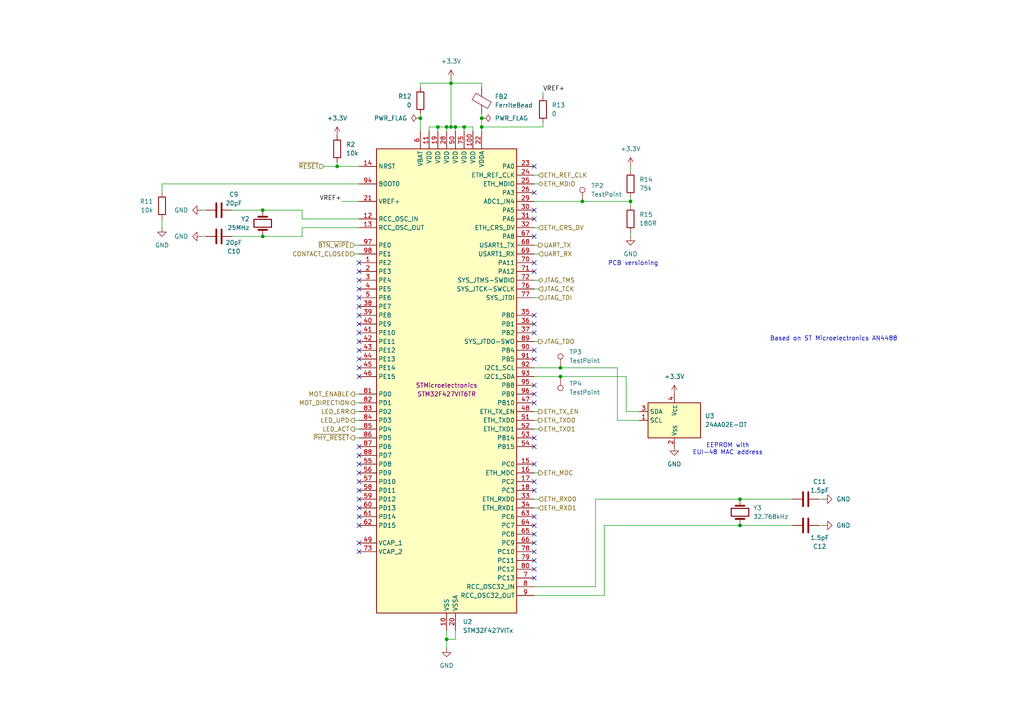
<source format=kicad_sch>
(kicad_sch (version 20250114) (generator "eeschema") (generator_version "9.0")
  (paper "A4")
  (title_block (title "iot-contact"))
  (lib_symbols
    (symbol "Connector:TestPoint" (pin_numbers (hide yes)) (pin_names (offset 0.762) (hide yes))
      (property "Reference" "TP" (at 0 6.858 0))
      (property "Value" "TestPoint" (at 0 5.08 0))
      (symbol "TestPoint_0_1"
        (circle (center 0 3.302) (radius 0.762))
      )
      (symbol "TestPoint_1_1"
        (pin passive line (at 0 0 90) (length 2.54) (name "1") (number "1"))
      )
    )
    (symbol "Device:C" (pin_numbers (hide yes)) (pin_names (offset 0.254))
      (property "Reference" "C" (at 0.635 2.54 0))
      (property "Value" "C" (at 0.635 -2.54 0))
      (symbol "C_0_1"
        (polyline (pts (xy -2.032 0.762) (xy 2.032 0.762)) (stroke (width 0.508)))
        (polyline (pts (xy -2.032 -0.762) (xy 2.032 -0.762)) (stroke (width 0.508)))
      )
      (symbol "C_1_1"
        (pin passive line (at 0 3.81 270) (length 2.794) (name "~") (number "1"))
        (pin passive line (at 0 -3.81 90) (length 2.794) (name "~") (number "2"))
      )
    )
    (symbol "Device:Crystal" (pin_numbers (hide yes)) (pin_names (offset 1.016) (hide yes))
      (property "Reference" "Y" (at 0 3.81 0))
      (property "Value" "Crystal" (at 0 -3.81 0))
      (symbol "Crystal_0_1"
        (polyline (pts (xy -2.54 0) (xy -1.905 0)))
        (polyline (pts (xy -1.905 -1.27) (xy -1.905 1.27)) (stroke (width 0.508)))
        (rectangle (start -1.143 2.54) (end 1.143 -2.54) (stroke (width 0.3048)))
        (polyline (pts (xy 1.905 -1.27) (xy 1.905 1.27)) (stroke (width 0.508)))
        (polyline (pts (xy 2.54 0) (xy 1.905 0)))
      )
      (symbol "Crystal_1_1"
        (pin passive line (at -3.81 0 0) (length 1.27) (name "1") (number "1"))
        (pin passive line (at 3.81 0 180) (length 1.27) (name "2") (number "2"))
      )
    )
    (symbol "Device:FerriteBead" (pin_numbers (hide yes)) (pin_names (offset 0))
      (property "Reference" "FB" (at -3.81 0.635 90))
      (property "Value" "FerriteBead" (at 3.81 0 90))
      (symbol "FerriteBead_0_1"
        (polyline (pts (xy -2.7686 0.4064) (xy -1.7018 2.2606) (xy 2.7686 -0.3048) (xy 1.6764 -2.159) (xy -2.7686 0.4064)))
        (polyline (pts (xy 0 1.27) (xy 0 1.2954)))
        (polyline (pts (xy 0 -1.27) (xy 0 -1.2192)))
      )
      (symbol "FerriteBead_1_1"
        (pin passive line (at 0 3.81 270) (length 2.54) (name "~") (number "1"))
        (pin passive line (at 0 -3.81 90) (length 2.54) (name "~") (number "2"))
      )
    )
    (symbol "Device:R" (pin_numbers (hide yes)) (pin_names (offset 0))
      (property "Reference" "R" (at 2.032 0 90))
      (property "Value" "R" (at 0 0 90))
      (symbol "R_0_1"
        (rectangle (start -1.016 -2.54) (end 1.016 2.54) (stroke (width 0.254)))
      )
      (symbol "R_1_1"
        (pin passive line (at 0 3.81 270) (length 1.27) (name "~") (number "1"))
        (pin passive line (at 0 -3.81 90) (length 1.27) (name "~") (number "2"))
      )
    )
    (symbol "MCU_ST_STM32F4:STM32F427VITx"
      (property "Reference" "U" (at -20.32 69.85 0))
      (property "Value" "STM32F427VITx" (at 12.7 69.85 0))
      (symbol "STM32F427VITx_0_1"
        (rectangle (start -20.32 -66.04) (end 20.32 68.58) (stroke (width 0.254)) (fill (type background)))
      )
      (symbol "STM32F427VITx_1_1"
        (pin input line (at -25.4 63.5 0) (length 5.08) (name "NRST") (number "14"))
        (pin input line (at -25.4 58.42 0) (length 5.08) (name "BOOT0") (number "94"))
        (pin input line (at -25.4 53.34 0) (length 5.08) (name "VREF+") (number "21"))
        (pin bidirectional line (at -25.4 48.26 0) (length 5.08) (name "PH0") (number "12") (alternate "RCC_OSC_IN" bidirectional line))
        (pin bidirectional line (at -25.4 45.72 0) (length 5.08) (name "PH1") (number "13") (alternate "RCC_OSC_OUT" bidirectional line))
        (pin bidirectional line (at -25.4 40.64 0) (length 5.08) (name "PE0") (number "97"))
        (pin bidirectional line (at -25.4 38.1 0) (length 5.08) (name "PE1") (number "98"))
        (pin bidirectional line (at -25.4 35.56 0) (length 5.08) (name "PE2") (number "1"))
        (pin bidirectional line (at -25.4 33.02 0) (length 5.08) (name "PE3") (number "2"))
        (pin bidirectional line (at -25.4 30.48 0) (length 5.08) (name "PE4") (number "3"))
        (pin bidirectional line (at -25.4 27.94 0) (length 5.08) (name "PE5") (number "4"))
        (pin bidirectional line (at -25.4 25.4 0) (length 5.08) (name "PE6") (number "5"))
        (pin bidirectional line (at -25.4 22.86 0) (length 5.08) (name "PE7") (number "38"))
        (pin bidirectional line (at -25.4 20.32 0) (length 5.08) (name "PE8") (number "39"))
        (pin bidirectional line (at -25.4 17.78 0) (length 5.08) (name "PE9") (number "40"))
        (pin bidirectional line (at -25.4 15.24 0) (length 5.08) (name "PE10") (number "41"))
        (pin bidirectional line (at -25.4 12.7 0) (length 5.08) (name "PE11") (number "42"))
        (pin bidirectional line (at -25.4 10.16 0) (length 5.08) (name "PE12") (number "43"))
        (pin bidirectional line (at -25.4 7.62 0) (length 5.08) (name "PE13") (number "44"))
        (pin bidirectional line (at -25.4 5.08 0) (length 5.08) (name "PE14") (number "45"))
        (pin bidirectional line (at -25.4 2.54 0) (length 5.08) (name "PE15") (number "46"))
        (pin bidirectional line (at -25.4 -2.54 0) (length 5.08) (name "PD0") (number "81"))
        (pin bidirectional line (at -25.4 -5.08 0) (length 5.08) (name "PD1") (number "82"))
        (pin bidirectional line (at -25.4 -7.62 0) (length 5.08) (name "PD2") (number "83"))
        (pin bidirectional line (at -25.4 -10.16 0) (length 5.08) (name "PD3") (number "84"))
        (pin bidirectional line (at -25.4 -12.7 0) (length 5.08) (name "PD4") (number "85"))
        (pin bidirectional line (at -25.4 -15.24 0) (length 5.08) (name "PD5") (number "86"))
        (pin bidirectional line (at -25.4 -17.78 0) (length 5.08) (name "PD6") (number "87"))
        (pin bidirectional line (at -25.4 -20.32 0) (length 5.08) (name "PD7") (number "88"))
        (pin bidirectional line (at -25.4 -22.86 0) (length 5.08) (name "PD8") (number "55"))
        (pin bidirectional line (at -25.4 -25.4 0) (length 5.08) (name "PD9") (number "56"))
        (pin bidirectional line (at -25.4 -27.94 0) (length 5.08) (name "PD10") (number "57"))
        (pin bidirectional line (at -25.4 -30.48 0) (length 5.08) (name "PD11") (number "58"))
        (pin bidirectional line (at -25.4 -33.02 0) (length 5.08) (name "PD12") (number "59"))
        (pin bidirectional line (at -25.4 -35.56 0) (length 5.08) (name "PD13") (number "60"))
        (pin bidirectional line (at -25.4 -38.1 0) (length 5.08) (name "PD14") (number "61"))
        (pin bidirectional line (at -25.4 -40.64 0) (length 5.08) (name "PD15") (number "62"))
        (pin power_out line (at -25.4 -45.72 0) (length 5.08) (name "VCAP_1") (number "49"))
        (pin power_out line (at -25.4 -48.26 0) (length 5.08) (name "VCAP_2") (number "73"))
        (pin power_in line (at -7.62 73.66 270) (length 5.08) (name "VBAT") (number "6"))
        (pin power_in line (at -5.08 73.66 270) (length 5.08) (name "VDD") (number "11"))
        (pin power_in line (at -2.54 73.66 270) (length 5.08) (name "VDD") (number "19"))
        (pin power_in line (at 0 73.66 270) (length 5.08) (name "VDD") (number "28"))
        (pin power_in line (at 0 -71.12 90) (length 5.08) (name "VSS") (number "10"))
        (pin passive line (at 0 -71.12 90) (length 5.08) (hide yes) (name "VSS") (number "27"))
        (pin passive line (at 0 -71.12 90) (length 5.08) (hide yes) (name "VSS") (number "74"))
        (pin passive line (at 0 -71.12 90) (length 5.08) (hide yes) (name "VSS") (number "99"))
        (pin power_in line (at 2.54 73.66 270) (length 5.08) (name "VDD") (number "50"))
        (pin power_in line (at 2.54 -71.12 90) (length 5.08) (name "VSSA") (number "20"))
        (pin power_in line (at 5.08 73.66 270) (length 5.08) (name "VDD") (number "75"))
        (pin power_in line (at 7.62 73.66 270) (length 5.08) (name "VDD") (number "100"))
        (pin power_in line (at 10.16 73.66 270) (length 5.08) (name "VDDA") (number "22"))
        (pin bidirectional line (at 25.4 63.5 180) (length 5.08) (name "PA0") (number "23"))
        (pin bidirectional line (at 25.4 60.96 180) (length 5.08) (name "PA1") (number "24") (alternate "ETH_REF_CLK" bidirectional line))
        (pin bidirectional line (at 25.4 58.42 180) (length 5.08) (name "PA2") (number "25") (alternate "ETH_MDIO" bidirectional line))
        (pin bidirectional line (at 25.4 55.88 180) (length 5.08) (name "PA3") (number "26"))
        (pin bidirectional line (at 25.4 53.34 180) (length 5.08) (name "PA4") (number "29") (alternate "ADC1_IN4" bidirectional line))
        (pin bidirectional line (at 25.4 50.8 180) (length 5.08) (name "PA5") (number "30"))
        (pin bidirectional line (at 25.4 48.26 180) (length 5.08) (name "PA6") (number "31"))
        (pin bidirectional line (at 25.4 45.72 180) (length 5.08) (name "PA7") (number "32") (alternate "ETH_CRS_DV" bidirectional line))
        (pin bidirectional line (at 25.4 43.18 180) (length 5.08) (name "PA8") (number "67"))
        (pin bidirectional line (at 25.4 40.64 180) (length 5.08) (name "PA9") (number "68") (alternate "USART1_TX" bidirectional line))
        (pin bidirectional line (at 25.4 38.1 180) (length 5.08) (name "PA10") (number "69") (alternate "USART1_RX" bidirectional line))
        (pin bidirectional line (at 25.4 35.56 180) (length 5.08) (name "PA11") (number "70"))
        (pin bidirectional line (at 25.4 33.02 180) (length 5.08) (name "PA12") (number "71"))
        (pin bidirectional line (at 25.4 30.48 180) (length 5.08) (name "PA13") (number "72") (alternate "SYS_JTMS-SWDIO" bidirectional line))
        (pin bidirectional line (at 25.4 27.94 180) (length 5.08) (name "PA14") (number "76") (alternate "SYS_JTCK-SWCLK" bidirectional line))
        (pin bidirectional line (at 25.4 25.4 180) (length 5.08) (name "PA15") (number "77") (alternate "SYS_JTDI" bidirectional line))
        (pin bidirectional line (at 25.4 20.32 180) (length 5.08) (name "PB0") (number "35"))
        (pin bidirectional line (at 25.4 17.78 180) (length 5.08) (name "PB1") (number "36"))
        (pin bidirectional line (at 25.4 15.24 180) (length 5.08) (name "PB2") (number "37"))
        (pin bidirectional line (at 25.4 12.7 180) (length 5.08) (name "PB3") (number "89") (alternate "SYS_JTDO-SWO" bidirectional line))
        (pin bidirectional line (at 25.4 10.16 180) (length 5.08) (name "PB4") (number "90"))
        (pin bidirectional line (at 25.4 7.62 180) (length 5.08) (name "PB5") (number "91"))
        (pin bidirectional line (at 25.4 5.08 180) (length 5.08) (name "PB6") (number "92") (alternate "I2C1_SCL" bidirectional line) (alternate "USART1_TX" bidirectional line))
        (pin bidirectional line (at 25.4 2.54 180) (length 5.08) (name "PB7") (number "93") (alternate "I2C1_SDA" bidirectional line) (alternate "USART1_RX" bidirectional line))
        (pin bidirectional line (at 25.4 0 180) (length 5.08) (name "PB8") (number "95") (alternate "I2C1_SCL" bidirectional line))
        (pin bidirectional line (at 25.4 -2.54 180) (length 5.08) (name "PB9") (number "96") (alternate "I2C1_SDA" bidirectional line))
        (pin bidirectional line (at 25.4 -5.08 180) (length 5.08) (name "PB10") (number "47"))
        (pin bidirectional line (at 25.4 -7.62 180) (length 5.08) (name "PB11") (number "48") (alternate "ETH_TX_EN" bidirectional line))
        (pin bidirectional line (at 25.4 -10.16 180) (length 5.08) (name "PB12") (number "51") (alternate "ETH_TXD0" bidirectional line))
        (pin bidirectional line (at 25.4 -12.7 180) (length 5.08) (name "PB13") (number "52") (alternate "ETH_TXD1" bidirectional line))
        (pin bidirectional line (at 25.4 -15.24 180) (length 5.08) (name "PB14") (number "53"))
        (pin bidirectional line (at 25.4 -17.78 180) (length 5.08) (name "PB15") (number "54"))
        (pin bidirectional line (at 25.4 -22.86 180) (length 5.08) (name "PC0") (number "15"))
        (pin bidirectional line (at 25.4 -25.4 180) (length 5.08) (name "PC1") (number "16") (alternate "ETH_MDC" bidirectional line))
        (pin bidirectional line (at 25.4 -27.94 180) (length 5.08) (name "PC2") (number "17"))
        (pin bidirectional line (at 25.4 -30.48 180) (length 5.08) (name "PC3") (number "18"))
        (pin bidirectional line (at 25.4 -33.02 180) (length 5.08) (name "PC4") (number "33") (alternate "ETH_RXD0" bidirectional line))
        (pin bidirectional line (at 25.4 -35.56 180) (length 5.08) (name "PC5") (number "34") (alternate "ETH_RXD1" bidirectional line))
        (pin bidirectional line (at 25.4 -38.1 180) (length 5.08) (name "PC6") (number "63"))
        (pin bidirectional line (at 25.4 -40.64 180) (length 5.08) (name "PC7") (number "64"))
        (pin bidirectional line (at 25.4 -43.18 180) (length 5.08) (name "PC8") (number "65"))
        (pin bidirectional line (at 25.4 -45.72 180) (length 5.08) (name "PC9") (number "66"))
        (pin bidirectional line (at 25.4 -48.26 180) (length 5.08) (name "PC10") (number "78"))
        (pin bidirectional line (at 25.4 -50.8 180) (length 5.08) (name "PC11") (number "79"))
        (pin bidirectional line (at 25.4 -53.34 180) (length 5.08) (name "PC12") (number "80"))
        (pin bidirectional line (at 25.4 -55.88 180) (length 5.08) (name "PC13") (number "7"))
        (pin bidirectional line (at 25.4 -58.42 180) (length 5.08) (name "PC14") (number "8") (alternate "RCC_OSC32_IN" bidirectional line))
        (pin bidirectional line (at 25.4 -60.96 180) (length 5.08) (name "PC15") (number "9") (alternate "RCC_OSC32_OUT" bidirectional line))
      )
    )
    (symbol "Memory_EEPROM:24AA02E-OT"
      (property "Reference" "U" (at -7.62 6.35 0))
      (property "Value" "24AA02E-OT" (at 2.54 -6.35 0))
      (symbol "24AA02E-OT_1_1"
        (rectangle (start -7.62 5.08) (end 7.62 -5.08) (stroke (width 0.254)) (fill (type background)))
        (pin no_connect line (at -10.16 0 0) (length 2.54) (hide yes) (name "NC") (number "5"))
        (pin power_in line (at 0 7.62 270) (length 2.54) (name "V_{CC}") (number "4"))
        (pin power_in line (at 0 -7.62 90) (length 2.54) (name "V_{SS}") (number "2"))
        (pin bidirectional line (at 10.16 2.54 180) (length 2.54) (name "SDA") (number "3"))
        (pin input line (at 10.16 0 180) (length 2.54) (name "SCL") (number "1"))
      )
    )
    (symbol "power:+3.3V" (power) (pin_numbers (hide yes)) (pin_names (offset 0) (hide yes))
      (property "Value" "+3.3V" (at 0 3.556 0))
      (symbol "+3.3V_0_1"
        (polyline (pts (xy -0.762 1.27) (xy 0 2.54)))
        (polyline (pts (xy 0 2.54) (xy 0.762 1.27)))
        (polyline (pts (xy 0 0) (xy 0 2.54)))
      )
      (symbol "+3.3V_1_1"
        (pin power_in line (at 0 0 90) (length 0) (name "~") (number "1"))
      )
    )
    (symbol "power:GND" (power) (pin_numbers (hide yes)) (pin_names (offset 0) (hide yes))
      (property "Value" "GND" (at 0 -3.81 0))
      (symbol "GND_0_1"
        (polyline (pts (xy 0 0) (xy 0 -1.27) (xy 1.27 -1.27) (xy 0 -2.54) (xy -1.27 -1.27) (xy 0 -1.27)))
      )
      (symbol "GND_1_1"
        (pin power_in line (at 0 0 270) (length 0) (name "~") (number "1"))
      )
    )
    (symbol "power:PWR_FLAG" (power) (pin_numbers (hide yes)) (pin_names (offset 0) (hide yes))
      (property "Value" "PWR_FLAG" (at 0 3.81 0))
      (symbol "PWR_FLAG_0_0"
        (pin power_out line (at 0 0 90) (length 0) (name "~") (number "1"))
      )
      (symbol "PWR_FLAG_0_1"
        (polyline (pts (xy 0 0) (xy 0 1.27) (xy -1.016 1.905) (xy 0 2.54) (xy 1.016 1.905) (xy 0 1.27)))
      )
    )
  )
  (text "PCB versioning" (at 183.642 76.454 0) (effects (font (size 1.27 1.27))))
  (text "EEPROM with\nEUI-48 MAC address" (at 211.074 130.302 0) (effects (font (size 1.27 1.27))))
  (text "Based on ST Microelectronics AN4488" (at 241.808 98.298 0) (effects (font (size 1.27 1.27))))
  (junction (at 130.81 24.13))
  (junction (at 129.54 185.42))
  (junction (at 168.91 58.42))
  (junction (at 97.79 48.26))
  (junction (at 132.08 36.83))
  (junction (at 139.7 34.29))
  (junction (at 76.2 68.58))
  (junction (at 214.63 144.78))
  (junction (at 139.7 36.83))
  (junction (at 214.63 152.4))
  (junction (at 129.54 36.83))
  (junction (at 130.81 36.83))
  (junction (at 121.92 34.29))
  (junction (at 182.88 58.42))
  (junction (at 127 36.83))
  (junction (at 162.56 106.68))
  (junction (at 134.62 36.83))
  (junction (at 162.56 109.22))
  (junction (at 76.2 60.96))
  (no_connect (at 154.94 149.86))
  (no_connect (at 104.14 88.9))
  (no_connect (at 104.14 152.4))
  (no_connect (at 154.94 114.3))
  (no_connect (at 154.94 142.24))
  (no_connect (at 104.14 160.02))
  (no_connect (at 154.94 167.64))
  (no_connect (at 104.14 149.86))
  (no_connect (at 104.14 132.08))
  (no_connect (at 104.14 142.24))
  (no_connect (at 154.94 139.7))
  (no_connect (at 154.94 127))
  (no_connect (at 104.14 101.6))
  (no_connect (at 154.94 76.2))
  (no_connect (at 154.94 96.52))
  (no_connect (at 104.14 91.44))
  (no_connect (at 154.94 129.54))
  (no_connect (at 104.14 144.78))
  (no_connect (at 154.94 55.88))
  (no_connect (at 104.14 137.16))
  (no_connect (at 104.14 81.28))
  (no_connect (at 104.14 139.7))
  (no_connect (at 104.14 109.22))
  (no_connect (at 154.94 78.74))
  (no_connect (at 154.94 91.44))
  (no_connect (at 104.14 134.62))
  (no_connect (at 154.94 134.62))
  (no_connect (at 104.14 76.2))
  (no_connect (at 104.14 157.48))
  (no_connect (at 154.94 162.56))
  (no_connect (at 104.14 93.98))
  (no_connect (at 154.94 157.48))
  (no_connect (at 154.94 93.98))
  (no_connect (at 154.94 60.96))
  (no_connect (at 154.94 104.14))
  (no_connect (at 154.94 101.6))
  (no_connect (at 104.14 147.32))
  (no_connect (at 154.94 63.5))
  (no_connect (at 104.14 86.36))
  (no_connect (at 104.14 83.82))
  (no_connect (at 104.14 104.14))
  (no_connect (at 154.94 160.02))
  (no_connect (at 154.94 68.58))
  (no_connect (at 154.94 154.94))
  (no_connect (at 154.94 48.26))
  (no_connect (at 154.94 111.76))
  (no_connect (at 154.94 165.1))
  (no_connect (at 104.14 129.54))
  (no_connect (at 104.14 78.74))
  (no_connect (at 104.14 106.68))
  (no_connect (at 104.14 96.52))
  (no_connect (at 154.94 152.4))
  (no_connect (at 154.94 116.84))
  (no_connect (at 104.14 99.06))
  (wire (pts (xy 134.62 38.1) (xy 134.62 36.83)))
  (wire (pts (xy 154.94 50.8) (xy 156.21 50.8)))
  (wire (pts (xy 46.99 63.5) (xy 46.99 66.04)))
  (wire (pts (xy 154.94 119.38) (xy 156.21 119.38)))
  (wire (pts (xy 127 36.83) (xy 127 38.1)))
  (wire (pts (xy 102.87 127) (xy 104.14 127)))
  (wire (pts (xy 137.16 36.83) (xy 134.62 36.83)))
  (wire (pts (xy 132.08 182.88) (xy 132.08 185.42)))
  (wire (pts (xy 139.7 34.29) (xy 139.7 36.83)))
  (wire (pts (xy 175.26 152.4) (xy 175.26 172.72)))
  (wire (pts (xy 175.26 172.72) (xy 154.94 172.72)))
  (wire (pts (xy 157.48 36.83) (xy 139.7 36.83)))
  (wire (pts (xy 172.72 170.18) (xy 172.72 144.78)))
  (wire (pts (xy 58.42 68.58) (xy 59.69 68.58)))
  (wire (pts (xy 137.16 38.1) (xy 137.16 36.83)))
  (wire (pts (xy 181.61 109.22) (xy 181.61 119.38)))
  (wire (pts (xy 121.92 34.29) (xy 121.92 38.1)))
  (wire (pts (xy 182.88 57.15) (xy 182.88 58.42)))
  (wire (pts (xy 154.94 99.06) (xy 156.21 99.06)))
  (wire (pts (xy 182.88 67.31) (xy 182.88 68.58)))
  (wire (pts (xy 154.94 58.42) (xy 168.91 58.42)))
  (wire (pts (xy 87.63 68.58) (xy 76.2 68.58)))
  (wire (pts (xy 237.49 152.4) (xy 238.76 152.4)))
  (wire (pts (xy 97.79 48.26) (xy 104.14 48.26)))
  (wire (pts (xy 99.06 58.42) (xy 104.14 58.42)))
  (wire (pts (xy 154.94 73.66) (xy 156.21 73.66)))
  (wire (pts (xy 87.63 66.04) (xy 87.63 68.58)))
  (wire (pts (xy 139.7 36.83) (xy 139.7 38.1)))
  (wire (pts (xy 154.94 137.16) (xy 156.21 137.16)))
  (wire (pts (xy 214.63 144.78) (xy 229.87 144.78)))
  (wire (pts (xy 130.81 24.13) (xy 130.81 22.86)))
  (wire (pts (xy 129.54 38.1) (xy 129.54 36.83)))
  (wire (pts (xy 93.98 48.26) (xy 97.79 48.26)))
  (wire (pts (xy 154.94 106.68) (xy 162.56 106.68)))
  (wire (pts (xy 154.94 124.46) (xy 156.21 124.46)))
  (wire (pts (xy 124.46 36.83) (xy 124.46 38.1)))
  (wire (pts (xy 179.07 106.68) (xy 179.07 121.92)))
  (wire (pts (xy 168.91 58.42) (xy 182.88 58.42)))
  (wire (pts (xy 67.31 68.58) (xy 76.2 68.58)))
  (wire (pts (xy 58.42 60.96) (xy 59.69 60.96)))
  (wire (pts (xy 104.14 66.04) (xy 87.63 66.04)))
  (wire (pts (xy 139.7 25.4) (xy 139.7 24.13)))
  (wire (pts (xy 102.87 73.66) (xy 104.14 73.66)))
  (wire (pts (xy 157.48 26.67) (xy 157.48 27.94)))
  (wire (pts (xy 129.54 36.83) (xy 130.81 36.83)))
  (wire (pts (xy 154.94 109.22) (xy 162.56 109.22)))
  (wire (pts (xy 97.79 46.99) (xy 97.79 48.26)))
  (wire (pts (xy 130.81 36.83) (xy 132.08 36.83)))
  (wire (pts (xy 139.7 33.02) (xy 139.7 34.29)))
  (wire (pts (xy 132.08 36.83) (xy 132.08 38.1)))
  (wire (pts (xy 182.88 48.26) (xy 182.88 49.53)))
  (wire (pts (xy 154.94 170.18) (xy 172.72 170.18)))
  (wire (pts (xy 157.48 35.56) (xy 157.48 36.83)))
  (wire (pts (xy 154.94 86.36) (xy 156.21 86.36)))
  (wire (pts (xy 127 36.83) (xy 124.46 36.83)))
  (wire (pts (xy 102.87 121.92) (xy 104.14 121.92)))
  (wire (pts (xy 154.94 81.28) (xy 156.21 81.28)))
  (wire (pts (xy 67.31 60.96) (xy 76.2 60.96)))
  (wire (pts (xy 102.87 124.46) (xy 104.14 124.46)))
  (wire (pts (xy 134.62 36.83) (xy 132.08 36.83)))
  (wire (pts (xy 154.94 144.78) (xy 156.21 144.78)))
  (wire (pts (xy 237.49 144.78) (xy 238.76 144.78)))
  (wire (pts (xy 102.87 114.3) (xy 104.14 114.3)))
  (wire (pts (xy 121.92 25.4) (xy 121.92 24.13)))
  (wire (pts (xy 139.7 24.13) (xy 130.81 24.13)))
  (wire (pts (xy 46.99 55.88) (xy 46.99 53.34)))
  (wire (pts (xy 182.88 58.42) (xy 182.88 59.69)))
  (wire (pts (xy 121.92 24.13) (xy 130.81 24.13)))
  (wire (pts (xy 104.14 63.5) (xy 87.63 63.5)))
  (wire (pts (xy 154.94 147.32) (xy 156.21 147.32)))
  (wire (pts (xy 172.72 144.78) (xy 214.63 144.78)))
  (wire (pts (xy 46.99 53.34) (xy 104.14 53.34)))
  (wire (pts (xy 129.54 185.42) (xy 129.54 187.96)))
  (wire (pts (xy 162.56 109.22) (xy 181.61 109.22)))
  (wire (pts (xy 129.54 182.88) (xy 129.54 185.42)))
  (wire (pts (xy 87.63 63.5) (xy 87.63 60.96)))
  (wire (pts (xy 214.63 152.4) (xy 229.87 152.4)))
  (wire (pts (xy 154.94 66.04) (xy 156.21 66.04)))
  (wire (pts (xy 179.07 121.92) (xy 185.42 121.92)))
  (wire (pts (xy 130.81 36.83) (xy 130.81 24.13)))
  (wire (pts (xy 154.94 83.82) (xy 156.21 83.82)))
  (wire (pts (xy 162.56 106.68) (xy 179.07 106.68)))
  (wire (pts (xy 181.61 119.38) (xy 185.42 119.38)))
  (wire (pts (xy 102.87 71.12) (xy 104.14 71.12)))
  (wire (pts (xy 154.94 121.92) (xy 156.21 121.92)))
  (wire (pts (xy 154.94 71.12) (xy 156.21 71.12)))
  (wire (pts (xy 121.92 33.02) (xy 121.92 34.29)))
  (wire (pts (xy 154.94 53.34) (xy 156.21 53.34)))
  (wire (pts (xy 87.63 60.96) (xy 76.2 60.96)))
  (wire (pts (xy 129.54 36.83) (xy 127 36.83)))
  (wire (pts (xy 214.63 152.4) (xy 175.26 152.4)))
  (wire (pts (xy 102.87 116.84) (xy 104.14 116.84)))
  (wire (pts (xy 132.08 185.42) (xy 129.54 185.42)))
  (wire (pts (xy 102.87 119.38) (xy 104.14 119.38)))
  (label "VREF+" (at 157.48 26.67 0))
  (label "VREF+" (at 99.06 58.42 180))
  (hierarchical_label "~{RESET}" (shape input) (at 93.98 48.26 180))
  (hierarchical_label "ETH_REF_CLK" (shape input) (at 156.21 50.8 0))
  (hierarchical_label "MOT_ENABLE" (shape output) (at 102.87 114.3 180))
  (hierarchical_label "UART_TX" (shape output) (at 156.21 71.12 0))
  (hierarchical_label "ETH_TXD1" (shape bidirectional) (at 156.21 124.46 0))
  (hierarchical_label "LED_UPD" (shape output) (at 102.87 121.92 180))
  (hierarchical_label "JTAG_TMS" (shape bidirectional) (at 156.21 81.28 0))
  (hierarchical_label "~{BTN_WIPE}" (shape input) (at 102.87 71.12 180))
  (hierarchical_label "JTAG_TDI" (shape input) (at 156.21 86.36 0))
  (hierarchical_label "LED_ACT" (shape output) (at 102.87 124.46 180))
  (hierarchical_label "MOT_DIRECTION" (shape output) (at 102.87 116.84 180))
  (hierarchical_label "ETH_RXD1" (shape input) (at 156.21 147.32 0))
  (hierarchical_label "JTAG_TCK" (shape input) (at 156.21 83.82 0))
  (hierarchical_label "ETH_CRS_DV" (shape input) (at 156.21 66.04 0))
  (hierarchical_label "ETH_TXD0" (shape output) (at 156.21 121.92 0))
  (hierarchical_label "ETH_TX_EN" (shape output) (at 156.21 119.38 0))
  (hierarchical_label "ETH_RXD0" (shape input) (at 156.21 144.78 0))
  (hierarchical_label "JTAG_TDO" (shape output) (at 156.21 99.06 0))
  (hierarchical_label "ETH_MDIO" (shape bidirectional) (at 156.21 53.34 0))
  (hierarchical_label "LED_ERR" (shape output) (at 102.87 119.38 180))
  (hierarchical_label "~{PHY_RESET}" (shape output) (at 102.87 127 180))
  (hierarchical_label "UART_RX" (shape input) (at 156.21 73.66 0))
  (hierarchical_label "ETH_MDC" (shape output) (at 156.21 137.16 0))
  (hierarchical_label "CONTACT_CLOSED" (shape input) (at 102.87 73.66 180))
  (symbol (lib_id "Memory_EEPROM:24AA02E-OT") (at 195.58 121.92 0) (mirror y) (unit 1)
    (property "Reference" "U3" (at 204.47 120.6499 0) (effects (justify right)))
    (property "Value" "24AA02E-OT" (at 204.47 123.1899 0) (effects (justify right)))
    (property "Footprint" "Package_TO_SOT_SMD:SOT-23-5" (effects (hide yes)))
    (property "Datasheet" "https://ww1.microchip.com/downloads/aemDocuments/documents/MPD/ProductDocuments/DataSheets/2-Kbit-I2C-Serial-EEPROMs-+EUI-48-or-EUI-64-Node-20002124.pdf" (effects (hide yes)))
    (property "Description" "I2C Serial EEPROM with EUI-48 or EUI-64, 2Kb, SOT-23-5" (effects (hide yes)))
  )
  (symbol (lib_id "Device:C") (at 63.5 60.96 90) (unit 1)
    (property "Reference" "C9" (at 67.818 56.388 90))
    (property "Value" "20pF" (at 67.818 58.928 90))
    (property "Description" "Unpolarized capacitor" (effects (hide yes)))
  )
  (symbol (lib_id "power:GND") (at 195.58 129.54 0) (mirror y) (unit 1)
    (property "Reference" "#PWR030" (effects (hide yes)))
    (property "Value" "GND" (at 195.58 134.62 0))
    (property "Description" "Power symbol creates a global label with name \"GND\" , ground" (effects (hide yes)))
  )
  (symbol (lib_id "Device:R") (at 182.88 63.5 0) (unit 1)
    (property "Reference" "R15" (at 185.42 62.2299 0) (effects (justify left)))
    (property "Value" "180R" (at 185.42 64.7699 0) (effects (justify left)))
    (property "Description" "Resistor" (effects (hide yes)))
  )
  (symbol (lib_id "Device:R") (at 46.99 59.69 0) (mirror y) (unit 1)
    (property "Reference" "R11" (at 44.45 58.4199 0) (effects (justify left)))
    (property "Value" "10k" (at 44.45 60.9599 0) (effects (justify left)))
    (property "Description" "Resistor" (effects (hide yes)))
  )
  (symbol (lib_id "power:GND") (at 58.42 68.58 270) (unit 1)
    (property "Reference" "#PWR024" (effects (hide yes)))
    (property "Value" "GND" (at 54.61 68.5799 90) (effects (justify right)))
    (property "Description" "Power symbol creates a global label with name \"GND\" , ground" (effects (hide yes)))
  )
  (symbol (lib_id "Connector:TestPoint") (at 162.56 106.68 0) (unit 1)
    (property "Reference" "TP3" (at 165.1 102.1079 0) (effects (justify left)))
    (property "Value" "TestPoint" (at 165.1 104.6479 0) (effects (justify left)))
    (property "Description" "test point" (effects (hide yes)))
  )
  (symbol (lib_id "Device:R") (at 182.88 53.34 0) (unit 1)
    (property "Reference" "R14" (at 185.42 52.0699 0) (effects (justify left)))
    (property "Value" "75k" (at 185.42 54.6099 0) (effects (justify left)))
    (property "Description" "Resistor" (effects (hide yes)))
  )
  (symbol (lib_id "Device:R") (at 97.79 43.18 0) (unit 1)
    (property "Reference" "R2" (at 100.33 41.9099 0) (effects (justify left)))
    (property "Value" "10k" (at 100.33 44.4499 0) (effects (justify left)))
    (property "Description" "Resistor" (effects (hide yes)))
  )
  (symbol (lib_id "MCU_ST_STM32F4:STM32F427VITx") (at 129.54 111.76 0) (unit 1)
    (property "Reference" "U2" (at 134.2233 180.34 0) (effects (justify left)))
    (property "Value" "STM32F427VITx" (at 134.2233 182.88 0) (effects (justify left)))
    (property "Footprint" "Package_QFP:LQFP-100_14x14mm_P0.5mm" (effects (hide yes)))
    (property "Datasheet" "https://www.st.com/resource/en/datasheet/stm32f427vi.pdf" (effects (hide yes)))
    (property "Description" "STMicroelectronics Arm Cortex-M4 MCU, 2048KB flash, 256KB RAM, 180 MHz, 1.8-3.6V, 82 GPIO, LQFP100" (effects (hide yes)))
    (property "MPN" "STM32F427VIT6TR" (at 129.54 114.3 0))
    (property "Manufacturer" "STMicroelectronics" (at 129.54 111.76 0))
    (pin "92" (alternate "I2C1_SCL"))
    (pin "48" (alternate "ETH_TX_EN"))
    (pin "9" (alternate "RCC_OSC32_OUT"))
    (pin "8" (alternate "RCC_OSC32_IN"))
    (pin "76" (alternate "SYS_JTCK-SWCLK"))
    (pin "32" (alternate "ETH_CRS_DV"))
    (pin "77" (alternate "SYS_JTDI"))
    (pin "68" (alternate "USART1_TX"))
    (pin "72" (alternate "SYS_JTMS-SWDIO"))
    (pin "69" (alternate "USART1_RX"))
    (pin "33" (alternate "ETH_RXD0"))
    (pin "12" (alternate "RCC_OSC_IN"))
    (pin "13" (alternate "RCC_OSC_OUT"))
    (pin "52" (alternate "ETH_TXD1"))
    (pin "51" (alternate "ETH_TXD0"))
    (pin "89" (alternate "SYS_JTDO-SWO"))
    (pin "25" (alternate "ETH_MDIO"))
    (pin "24" (alternate "ETH_REF_CLK"))
    (pin "34" (alternate "ETH_RXD1"))
    (pin "93" (alternate "I2C1_SDA"))
    (pin "29" (alternate "ADC1_IN4"))
    (pin "16" (alternate "ETH_MDC"))
  )
  (symbol (lib_id "Device:C") (at 233.68 144.78 90) (unit 1)
    (property "Reference" "C11" (at 237.744 139.7 90))
    (property "Value" "1.5pF" (at 237.744 142.24 90))
    (property "Description" "Unpolarized capacitor" (effects (hide yes)))
  )
  (symbol (lib_id "power:GND") (at 58.42 60.96 270) (unit 1)
    (property "Reference" "#PWR023" (effects (hide yes)))
    (property "Value" "GND" (at 54.61 60.9599 90) (effects (justify right)))
    (property "Description" "Power symbol creates a global label with name \"GND\" , ground" (effects (hide yes)))
  )
  (symbol (lib_id "power:+3.3V") (at 182.88 48.26 0) (unit 1)
    (property "Reference" "#PWR011" (effects (hide yes)))
    (property "Value" "+3.3V" (at 182.88 43.18 0))
    (property "Description" "Power symbol creates a global label with name \"+3.3V\"" (effects (hide yes)))
  )
  (symbol (lib_id "power:+3.3V") (at 97.79 39.37 0) (unit 1)
    (property "Reference" "#PWR020" (effects (hide yes)))
    (property "Value" "+3.3V" (at 97.79 34.29 0))
    (property "Description" "Power symbol creates a global label with name \"+3.3V\"" (effects (hide yes)))
  )
  (symbol (lib_id "power:PWR_FLAG") (at 121.92 34.29 90) (mirror x) (unit 1)
    (property "Reference" "#FLG04" (effects (hide yes)))
    (property "Value" "PWR_FLAG" (at 118.11 34.2899 90) (effects (justify left)))
    (property "Description" "Special symbol for telling ERC where power comes from" (effects (hide yes)))
  )
  (symbol (lib_id "Device:Crystal") (at 214.63 148.59 90) (unit 1)
    (property "Reference" "Y3" (at 218.44 147.3199 90) (effects (justify right)))
    (property "Value" "32.768kHz" (at 218.44 149.8599 90) (effects (justify right)))
    (property "Description" "Two pin crystal" (effects (hide yes)))
  )
  (symbol (lib_id "power:GND") (at 46.99 66.04 0) (unit 1)
    (property "Reference" "#PWR022" (effects (hide yes)))
    (property "Value" "GND" (at 46.99 71.12 0))
    (property "Description" "Power symbol creates a global label with name \"GND\" , ground" (effects (hide yes)))
  )
  (symbol (lib_id "Device:R") (at 121.92 29.21 0) (mirror y) (unit 1)
    (property "Reference" "R12" (at 119.38 27.9399 0) (effects (justify left)))
    (property "Value" "0" (at 119.38 30.4799 0) (effects (justify left)))
    (property "Description" "Resistor" (effects (hide yes)))
  )
  (symbol (lib_id "Device:C") (at 233.68 152.4 90) (mirror x) (unit 1)
    (property "Reference" "C12" (at 237.744 158.496 90))
    (property "Value" "1.5pF" (at 237.744 155.956 90))
    (property "Description" "Unpolarized capacitor" (effects (hide yes)))
  )
  (symbol (lib_id "Connector:TestPoint") (at 168.91 58.42 0) (unit 1)
    (property "Reference" "TP2" (at 171.45 53.8479 0) (effects (justify left)))
    (property "Value" "TestPoint" (at 171.45 56.3879 0) (effects (justify left)))
    (property "Description" "test point" (effects (hide yes)))
  )
  (symbol (lib_id "Device:C") (at 63.5 68.58 90) (mirror x) (unit 1)
    (property "Reference" "C10" (at 67.818 72.898 90))
    (property "Value" "20pF" (at 67.818 70.358 90))
    (property "Description" "Unpolarized capacitor" (effects (hide yes)))
  )
  (symbol (lib_id "Device:FerriteBead") (at 139.7 29.21 180) (unit 1)
    (property "Reference" "FB2" (at 143.51 27.9907 0) (effects (justify right)))
    (property "Value" "FerriteBead" (at 143.51 30.5307 0) (effects (justify right)))
    (property "Description" "Ferrite bead" (effects (hide yes)))
  )
  (symbol (lib_id "power:+3.3V") (at 130.81 22.86 0) (unit 1)
    (property "Reference" "#PWR018" (effects (hide yes)))
    (property "Value" "+3.3V" (at 130.81 17.78 0))
    (property "Description" "Power symbol creates a global label with name \"+3.3V\"" (effects (hide yes)))
  )
  (symbol (lib_id "Device:Crystal") (at 76.2 64.77 270) (mirror x) (unit 1)
    (property "Reference" "Y2" (at 72.39 63.4999 90) (effects (justify right)))
    (property "Value" "25MHz" (at 72.39 66.0399 90) (effects (justify right)))
    (property "Description" "Two pin crystal" (effects (hide yes)))
  )
  (symbol (lib_id "power:PWR_FLAG") (at 139.7 34.29 270) (unit 1)
    (property "Reference" "#FLG03" (effects (hide yes)))
    (property "Value" "PWR_FLAG" (at 143.51 34.2899 90) (effects (justify left)))
    (property "Description" "Special symbol for telling ERC where power comes from" (effects (hide yes)))
  )
  (symbol (lib_id "power:GND") (at 182.88 68.58 0) (unit 1)
    (property "Reference" "#PWR028" (effects (hide yes)))
    (property "Value" "GND" (at 182.88 73.66 0))
    (property "Description" "Power symbol creates a global label with name \"GND\" , ground" (effects (hide yes)))
  )
  (symbol (lib_id "power:GND") (at 238.76 152.4 90) (unit 1)
    (property "Reference" "#PWR032" (effects (hide yes)))
    (property "Value" "GND" (at 242.57 152.3999 90) (effects (justify right)))
    (property "Description" "Power symbol creates a global label with name \"GND\" , ground" (effects (hide yes)))
  )
  (symbol (lib_id "power:GND") (at 129.54 187.96 0) (unit 1)
    (property "Reference" "#PWR025" (effects (hide yes)))
    (property "Value" "GND" (at 129.54 193.04 0))
    (property "Description" "Power symbol creates a global label with name \"GND\" , ground" (effects (hide yes)))
  )
  (symbol (lib_id "power:GND") (at 238.76 144.78 90) (unit 1)
    (property "Reference" "#PWR031" (effects (hide yes)))
    (property "Value" "GND" (at 242.57 144.7799 90) (effects (justify right)))
    (property "Description" "Power symbol creates a global label with name \"GND\" , ground" (effects (hide yes)))
  )
  (symbol (lib_id "Device:R") (at 157.48 31.75 0) (unit 1)
    (property "Reference" "R13" (at 160.02 30.4799 0) (effects (justify left)))
    (property "Value" "0" (at 160.02 33.0199 0) (effects (justify left)))
    (property "Description" "Resistor" (effects (hide yes)))
  )
  (symbol (lib_id "Connector:TestPoint") (at 162.56 109.22 180) (unit 1)
    (property "Reference" "TP4" (at 165.1 111.2519 0) (effects (justify right)))
    (property "Value" "TestPoint" (at 165.1 113.7919 0) (effects (justify right)))
    (property "Description" "test point" (effects (hide yes)))
  )
  (symbol (lib_id "power:+3.3V") (at 195.58 114.3 0) (mirror y) (unit 1)
    (property "Reference" "#PWR029" (effects (hide yes)))
    (property "Value" "+3.3V" (at 195.58 109.22 0))
    (property "Description" "Power symbol creates a global label with name \"+3.3V\"" (effects (hide yes)))
  )
)
</source>
